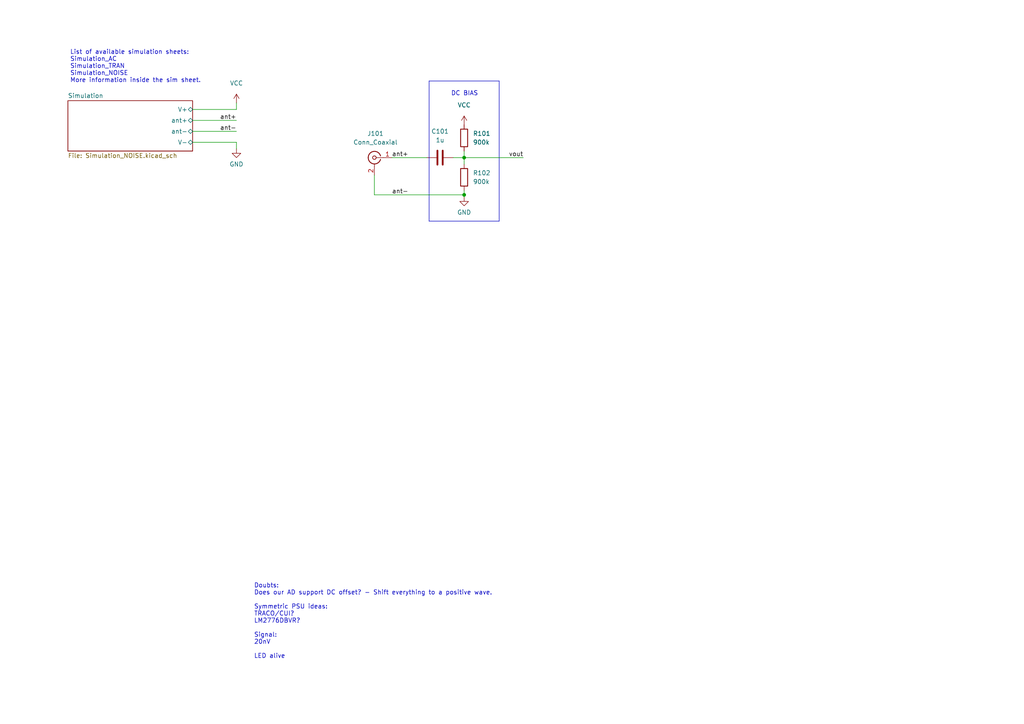
<source format=kicad_sch>
(kicad_sch (version 20220404) (generator eeschema)
  (paper "A4")
  (lib_symbols
    (symbol "Connector:Conn_Coaxial" (pin_names (offset 1.016) hide)
      (property "Reference" "J" (at 0.254 3.048 0))
      (property "Value" "Conn_Coaxial" (at 2.921 0 90))
      (symbol "Conn_Coaxial_0_1"
        (arc (start -1.778 -0.508) (mid 0.2311 -1.8066) (end 1.778 0) (stroke (width 0.254)))
        (polyline (pts (xy -2.54 0) (xy -0.508 0)))
        (polyline (pts (xy 0 -2.54) (xy 0 -1.778)))
        (circle (center 0 0) (radius 0.508) (stroke (width 0.2032)))
        (arc (start 1.778 0) (mid 0.2099 1.8101) (end -1.778 0.508) (stroke (width 0.254)))
      )
      (symbol "Conn_Coaxial_1_1"
        (pin passive line (at -5.08 0 0) (length 2.54) (name "In") (number "1"))
        (pin passive line (at 0 -5.08 90) (length 2.54) (name "Ext") (number "2"))
      )
    )
    (symbol "Device:C" (pin_numbers hide) (pin_names (offset 0.254))
      (property "Reference" "C" (at 0.635 2.54 0))
      (property "Value" "C" (at 0.635 -2.54 0))
      (symbol "C_0_1"
        (polyline (pts (xy -2.032 -0.762) (xy 2.032 -0.762)) (stroke (width 0.508)))
        (polyline (pts (xy -2.032 0.762) (xy 2.032 0.762)) (stroke (width 0.508)))
      )
      (symbol "C_1_1"
        (pin passive line (at 0 3.81 270) (length 2.794) (name "~") (number "1"))
        (pin passive line (at 0 -3.81 90) (length 2.794) (name "~") (number "2"))
      )
    )
    (symbol "Device:R" (pin_numbers hide) (pin_names (offset 0))
      (property "Reference" "R" (at 2.032 0 90))
      (property "Value" "R" (at 0 0 90))
      (symbol "R_0_1"
        (rectangle (start -1.016 -2.54) (end 1.016 2.54) (stroke (width 0.254)))
      )
      (symbol "R_1_1"
        (pin passive line (at 0 3.81 270) (length 1.27) (name "~") (number "1"))
        (pin passive line (at 0 -3.81 90) (length 1.27) (name "~") (number "2"))
      )
    )
    (symbol "power:GND" (power) (pin_names (offset 0))
      (property "Value" "GND" (at 0 -3.81 0))
      (symbol "GND_0_1"
        (polyline (pts (xy 0 0) (xy 0 -1.27) (xy 1.27 -1.27) (xy 0 -2.54) (xy -1.27 -1.27) (xy 0 -1.27)))
      )
      (symbol "GND_1_1"
        (pin power_in line (at 0 0 270) (length 0) hide (name "GND") (number "1"))
      )
    )
    (symbol "power:VCC" (power) (pin_names (offset 0))
      (property "Value" "VCC" (at 0 3.81 0))
      (symbol "VCC_0_1"
        (polyline (pts (xy -0.762 1.27) (xy 0 2.54)))
        (polyline (pts (xy 0 0) (xy 0 2.54)))
        (polyline (pts (xy 0 2.54) (xy 0.762 1.27)))
      )
      (symbol "VCC_1_1"
        (pin power_in line (at 0 0 90) (length 0) hide (name "VCC") (number "1"))
      )
    )
  )
  (junction (at 134.62 56.515))
  (junction (at 134.62 45.72))
  (wire (pts (xy 68.58 41.275) (xy 68.58 43.18)))
  (wire (pts (xy 55.88 34.925) (xy 68.58 34.925)))
  (polyline (pts (xy 124.46 23.495) (xy 124.46 64.135)))
  (wire (pts (xy 131.445 45.72) (xy 134.62 45.72)))
  (wire (pts (xy 68.58 29.845) (xy 68.58 31.75)))
  (polyline (pts (xy 144.78 64.135) (xy 124.46 64.135)))
  (wire (pts (xy 55.88 38.1) (xy 68.58 38.1)))
  (wire (pts (xy 55.88 31.75) (xy 68.58 31.75)))
  (wire (pts (xy 55.88 41.275) (xy 68.58 41.275)))
  (wire (pts (xy 108.585 50.8) (xy 108.585 56.515)))
  (wire (pts (xy 113.665 45.72) (xy 123.825 45.72)))
  (polyline (pts (xy 124.46 23.495) (xy 144.78 23.495)))
  (wire (pts (xy 108.585 56.515) (xy 134.62 56.515)))
  (wire (pts (xy 134.62 56.515) (xy 134.62 57.15)))
  (wire (pts (xy 134.62 43.815) (xy 134.62 45.72)))
  (wire (pts (xy 134.62 45.72) (xy 151.765 45.72)))
  (wire (pts (xy 134.62 55.245) (xy 134.62 56.515)))
  (polyline (pts (xy 144.78 23.495) (xy 144.78 64.135)))
  (wire (pts (xy 134.62 45.72) (xy 134.62 47.625)))
  (text "List of available simulation sheets:\nSimulation_AC\nSimulation_TRAN\nSimulation_NOISE\nMore information inside the sim sheet." (at 20.32 24.13 0) (effects (font (size 1.27 1.27)) (justify left bottom)))
  (text "Doubts:\nDoes our AD support DC offset? - Shift everything to a positive wave.\n\nSymmetric PSU ideas:\nTRACO/CUI?\nLM2776DBVR?\n\nSignal:\n20nV\n\nLED alive" (at 73.66 191.135 0) (effects (font (size 1.27 1.27)) (justify left bottom)))
  (text "DC BIAS" (at 130.81 27.94 0) (effects (font (size 1.27 1.27)) (justify left bottom)))
  (label "ant+" (at 113.665 45.72 0))
  (label "ant-" (at 113.665 56.515 0))
  (label "vout" (at 151.765 45.72 180))
  (label "ant-" (at 68.58 38.1 180))
  (label "ant+" (at 68.58 34.925 180))
  (symbol (lib_id "Device:R") (at 134.62 40.005 0) (unit 1)
    (default_instance (reference "U") (unit 1) (value "") (footprint ""))
    (property "Reference" "R101" (at 137.16 38.7349 0) (effects (justify left)))
    (property "Value" "900k" (at 137.16 41.2749 0) (effects (justify left)))
    (property "Spice_Primitive" "R" (effects hide))
    (property "Spice_Model" "900k" (effects hide))
    (property "Spice_Netlist_Enabled" "Y" (effects hide))
  )
  (symbol (lib_id "power:GND") (at 134.62 57.15 0) (unit 1)
    (default_instance (reference "U") (unit 1) (value "") (footprint ""))
    (property "Reference" "#PWR0101" (effects hide))
    (property "Value" "GND" (at 134.62 61.595 0))
  )
  (symbol (lib_id "power:GND") (at 68.58 43.18 0) (unit 1)
    (default_instance (reference "U") (unit 1) (value "") (footprint ""))
    (property "Reference" "#PWR0104" (effects hide))
    (property "Value" "GND" (at 68.58 47.625 0))
  )
  (symbol (lib_id "Device:R") (at 134.62 51.435 0) (unit 1)
    (default_instance (reference "U") (unit 1) (value "") (footprint ""))
    (property "Reference" "R102" (at 137.16 50.1649 0) (effects (justify left)))
    (property "Value" "900k" (at 137.16 52.7049 0) (effects (justify left)))
    (property "Spice_Primitive" "R" (effects hide))
    (property "Spice_Model" "900k" (effects hide))
    (property "Spice_Netlist_Enabled" "Y" (effects hide))
  )
  (symbol (lib_id "Device:C") (at 127.635 45.72 90) (unit 1)
    (default_instance (reference "U") (unit 1) (value "") (footprint ""))
    (property "Reference" "C101" (at 127.635 38.1 90))
    (property "Value" "1u" (at 127.635 40.64 90))
  )
  (symbol (lib_id "Connector:Conn_Coaxial") (at 108.585 45.72 0) (mirror y) (unit 1)
    (default_instance (reference "U") (unit 1) (value "") (footprint ""))
    (property "Reference" "J101" (at 108.9024 38.735 0))
    (property "Value" "Conn_Coaxial" (at 108.9024 41.275 0))
    (property "Datasheet" " ~" (effects hide))
    (property "Spice_Primitive" "J" (effects hide))
    (property "Spice_Model" "Conn_Coaxial" (effects hide))
    (property "Spice_Netlist_Enabled" "N" (effects hide))
  )
  (symbol (lib_id "power:VCC") (at 134.62 36.195 0) (unit 1)
    (default_instance (reference "U") (unit 1) (value "") (footprint ""))
    (property "Reference" "#PWR0102" (effects hide))
    (property "Value" "VCC" (at 134.62 30.48 0))
  )
  (symbol (lib_id "power:VCC") (at 68.58 29.845 0) (unit 1)
    (default_instance (reference "U") (unit 1) (value "") (footprint ""))
    (property "Reference" "#PWR0103" (effects hide))
    (property "Value" "VCC" (at 68.58 24.13 0))
  )
  (sheet (at 19.685 29.21) (size 36.195 14.605) (stroke (width 0.1524))
    (property "Sheetname" "Simulation" (at 19.685 28.4984 0) (effects (justify left bottom)))
    (property "Sheetfile" "Simulation_NOISE.kicad_sch" (at 19.685 44.3996 0) (effects (justify left top)))
    (pin "ant-" bidirectional (at 55.88 38.1 0))
    (pin "ant+" bidirectional (at 55.88 34.925 0))
    (pin "V-" bidirectional (at 55.88 41.275 0))
    (pin "V+" bidirectional (at 55.88 31.75 0))
  )
)
</source>
